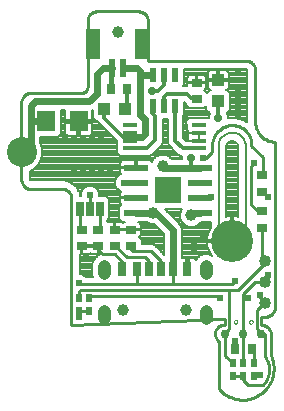
<source format=gtl>
G75*
G70*
%OFA0B0*%
%FSLAX24Y24*%
%IPPOS*%
%LPD*%
%AMOC8*
5,1,8,0,0,1.08239X$1,22.5*
%
%ADD10C,0.0050*%
%ADD11C,0.0100*%
%ADD12C,0.0000*%
%ADD13R,0.0630X0.0709*%
%ADD14R,0.0433X0.0394*%
%ADD15R,0.0394X0.0433*%
%ADD16R,0.0354X0.0250*%
%ADD17R,0.0250X0.0354*%
%ADD18R,0.0810X0.0240*%
%ADD19R,0.0900X0.0900*%
%ADD20R,0.0217X0.0472*%
%ADD21R,0.0472X0.0138*%
%ADD22R,0.0315X0.0472*%
%ADD23R,0.0299X0.0472*%
%ADD24C,0.0433*%
%ADD25C,0.0004*%
%ADD26C,0.0394*%
%ADD27R,0.0250X0.0500*%
%ADD28C,0.0400*%
%ADD29C,0.0300*%
%ADD30R,0.0236X0.0610*%
%ADD31R,0.0480X0.1000*%
%ADD32R,0.0197X0.0276*%
%ADD33C,0.1000*%
%ADD34C,0.1400*%
%ADD35C,0.0080*%
%ADD36C,0.0240*%
%ADD37C,0.0240*%
%ADD38C,0.0390*%
%ADD39C,0.0140*%
%ADD40C,0.0280*%
%ADD41C,0.0160*%
%ADD42C,0.0120*%
%ADD43C,0.0200*%
D10*
X007158Y005436D02*
X007158Y008596D01*
X007160Y008637D01*
X007165Y008677D01*
X007174Y008717D01*
X007187Y008756D01*
X007203Y008793D01*
X007222Y008829D01*
X007245Y008863D01*
X007270Y008895D01*
X007299Y008925D01*
X007329Y008952D01*
X007362Y008976D01*
X007397Y008997D01*
X007434Y009014D01*
X007472Y009029D01*
X007512Y009040D01*
X007552Y009047D01*
X007593Y009051D01*
X007633Y009051D01*
X007674Y009047D01*
X007714Y009040D01*
X007754Y009029D01*
X007792Y009014D01*
X007829Y008997D01*
X007864Y008976D01*
X007897Y008952D01*
X007927Y008925D01*
X007956Y008895D01*
X007981Y008863D01*
X008004Y008829D01*
X008023Y008793D01*
X008039Y008756D01*
X008052Y008717D01*
X008061Y008677D01*
X008066Y008637D01*
X008068Y008596D01*
X008068Y005436D01*
X008066Y005395D01*
X008061Y005355D01*
X008052Y005315D01*
X008039Y005276D01*
X008023Y005239D01*
X008004Y005203D01*
X007981Y005169D01*
X007956Y005137D01*
X007927Y005107D01*
X007897Y005080D01*
X007864Y005056D01*
X007829Y005035D01*
X007792Y005018D01*
X007754Y005003D01*
X007714Y004992D01*
X007674Y004985D01*
X007633Y004981D01*
X007593Y004981D01*
X007552Y004985D01*
X007512Y004992D01*
X007472Y005003D01*
X007434Y005018D01*
X007397Y005035D01*
X007362Y005056D01*
X007329Y005080D01*
X007299Y005107D01*
X007270Y005137D01*
X007245Y005169D01*
X007222Y005203D01*
X007203Y005239D01*
X007187Y005276D01*
X007174Y005315D01*
X007165Y005355D01*
X007160Y005395D01*
X007158Y005436D01*
D11*
X007364Y002832D02*
X002254Y002646D01*
X002254Y006898D01*
X002248Y006931D01*
X002239Y006963D01*
X002226Y006994D01*
X002210Y007023D01*
X002192Y007050D01*
X002170Y007076D01*
X002146Y007099D01*
X002120Y007119D01*
X002092Y007137D01*
X002062Y007151D01*
X002031Y007162D01*
X001999Y007170D01*
X001966Y007175D01*
X001933Y007176D01*
X001900Y007174D01*
X001899Y007174D02*
X000904Y007174D01*
X000871Y007176D01*
X000839Y007181D01*
X000807Y007189D01*
X000776Y007201D01*
X000747Y007216D01*
X000719Y007234D01*
X000693Y007255D01*
X000670Y007278D01*
X000649Y007304D01*
X000631Y007331D01*
X000616Y007361D01*
X000604Y007392D01*
X000596Y007424D01*
X000591Y007456D01*
X000589Y007489D01*
X000589Y010062D01*
X000591Y010095D01*
X000596Y010127D01*
X000604Y010159D01*
X000616Y010190D01*
X000631Y010219D01*
X000649Y010247D01*
X000670Y010273D01*
X000693Y010296D01*
X000719Y010317D01*
X000747Y010335D01*
X000776Y010350D01*
X000807Y010362D01*
X000839Y010370D01*
X000871Y010375D01*
X000904Y010377D01*
X002595Y010377D01*
X002595Y010376D02*
X002621Y010378D01*
X002646Y010383D01*
X002670Y010391D01*
X002693Y010402D01*
X002715Y010417D01*
X002734Y010434D01*
X002751Y010453D01*
X002766Y010474D01*
X002777Y010498D01*
X002785Y010522D01*
X002790Y010547D01*
X002792Y010573D01*
X002792Y012782D01*
X002794Y012815D01*
X002799Y012847D01*
X002807Y012879D01*
X002819Y012910D01*
X002834Y012939D01*
X002852Y012967D01*
X002873Y012993D01*
X002896Y013016D01*
X002922Y013037D01*
X002950Y013055D01*
X002979Y013070D01*
X003010Y013082D01*
X003042Y013090D01*
X003074Y013095D01*
X003107Y013097D01*
X004489Y013097D01*
X004522Y013095D01*
X004554Y013090D01*
X004586Y013082D01*
X004617Y013070D01*
X004646Y013055D01*
X004674Y013037D01*
X004700Y013016D01*
X004723Y012993D01*
X004744Y012967D01*
X004762Y012939D01*
X004777Y012910D01*
X004789Y012879D01*
X004797Y012847D01*
X004802Y012815D01*
X004804Y012782D01*
X004804Y011456D01*
X008073Y011456D01*
X008073Y011455D02*
X008108Y011452D01*
X008142Y011444D01*
X008175Y011433D01*
X008207Y011419D01*
X008237Y011401D01*
X008265Y011380D01*
X008291Y011356D01*
X008315Y011330D01*
X008335Y011302D01*
X008352Y011271D01*
X008367Y011239D01*
X008377Y011206D01*
X008384Y011171D01*
X008388Y011136D01*
X008387Y011101D01*
X008388Y011101D02*
X008388Y009382D01*
X008250Y008596D02*
X008650Y008246D01*
X008650Y007637D01*
X008600Y007637D01*
X008250Y007946D02*
X008350Y008046D01*
X008250Y007946D02*
X008250Y006646D01*
X008459Y006437D01*
X008600Y006437D01*
X008794Y006896D02*
X008600Y007090D01*
X008794Y006896D02*
X008800Y006896D01*
X008600Y005890D02*
X008600Y004884D01*
X008700Y004784D01*
X008687Y004684D01*
X007800Y003796D01*
X007500Y003796D01*
X002550Y003796D01*
X002500Y003746D01*
X002500Y003525D01*
X002550Y003996D02*
X004450Y003996D01*
X004438Y004008D01*
X004438Y004504D01*
X004700Y004896D02*
X004100Y004896D01*
X003723Y005273D01*
X003700Y005273D01*
X003700Y004996D02*
X003954Y004742D01*
X003954Y004504D01*
X003700Y004996D02*
X003300Y004996D01*
X003150Y005146D01*
X003150Y005273D01*
X003150Y005820D02*
X003195Y005865D01*
X003195Y006521D01*
X002875Y006521D02*
X002875Y006971D01*
X002555Y006521D02*
X002555Y005865D01*
X002600Y005820D01*
X002500Y004046D02*
X002550Y003996D01*
X002900Y003596D02*
X007150Y003596D01*
X007200Y003546D01*
X007500Y003796D02*
X007500Y002496D01*
X007387Y002384D01*
X007387Y002346D01*
X007387Y001613D01*
X007637Y001363D01*
X007167Y000520D02*
X007209Y000473D01*
X007254Y000428D01*
X007302Y000387D01*
X007352Y000348D01*
X007405Y000312D01*
X007459Y000280D01*
X007516Y000251D01*
X007574Y000225D01*
X007633Y000203D01*
X007694Y000185D01*
X007756Y000170D01*
X007819Y000160D01*
X007882Y000153D01*
X007945Y000150D01*
X008009Y000151D01*
X008072Y000156D01*
X008135Y000165D01*
X008197Y000177D01*
X008258Y000194D01*
X008318Y000214D01*
X008377Y000237D01*
X008435Y000265D01*
X008490Y000295D01*
X008544Y000329D01*
X008595Y000367D01*
X008644Y000407D01*
X008690Y000450D01*
X008734Y000496D01*
X008775Y000545D01*
X008813Y000596D01*
X008847Y000649D01*
X008878Y000705D01*
X008906Y000762D01*
X008930Y000820D01*
X008951Y000880D01*
X008968Y000942D01*
X008981Y001004D01*
X008990Y001066D01*
X008995Y001130D01*
X008997Y001193D01*
X008995Y001257D01*
X008988Y001320D01*
X008978Y001382D01*
X008964Y001444D01*
X008947Y001505D01*
X008925Y001565D01*
X008900Y001623D01*
X008900Y002331D01*
X008700Y002346D02*
X008650Y002296D01*
X008587Y002346D01*
X008587Y002359D01*
X008450Y002496D01*
X008450Y003146D01*
X008687Y003384D01*
X008700Y003384D01*
X008550Y003534D01*
X008550Y003646D01*
X009057Y003294D02*
X009055Y003255D01*
X009049Y003217D01*
X009040Y003180D01*
X009027Y003143D01*
X009010Y003108D01*
X008991Y003075D01*
X008968Y003044D01*
X008942Y003015D01*
X008913Y002989D01*
X008882Y002966D01*
X008849Y002947D01*
X008814Y002930D01*
X008777Y002917D01*
X008740Y002908D01*
X008702Y002902D01*
X008663Y002900D01*
X008663Y002901D02*
X008585Y002901D01*
X008585Y002646D01*
X008618Y002644D01*
X008650Y002639D01*
X008682Y002631D01*
X008713Y002619D01*
X008742Y002604D01*
X008770Y002586D01*
X008796Y002565D01*
X008819Y002542D01*
X008840Y002516D01*
X008858Y002488D01*
X008873Y002459D01*
X008885Y002428D01*
X008893Y002396D01*
X008898Y002364D01*
X008900Y002331D01*
X008700Y002346D02*
X008700Y001596D01*
X008337Y001770D02*
X008337Y001363D01*
X008700Y001596D02*
X008730Y001554D01*
X008756Y001510D01*
X008780Y001464D01*
X008800Y001416D01*
X008817Y001367D01*
X008830Y001317D01*
X008840Y001267D01*
X008846Y001215D01*
X008849Y001164D01*
X008848Y001112D01*
X008843Y001061D01*
X008835Y001010D01*
X008824Y000959D01*
X008809Y000910D01*
X008790Y000862D01*
X008768Y000815D01*
X008743Y000770D01*
X008715Y000726D01*
X008684Y000685D01*
X008650Y000646D01*
X008150Y000646D01*
X007987Y000809D01*
X007987Y000930D01*
X007637Y000930D01*
X007987Y001363D02*
X007987Y002346D01*
X007987Y003546D01*
X008150Y003546D01*
X007987Y003546D02*
X007987Y003684D01*
X008387Y004084D01*
X008700Y004084D01*
X008700Y004096D01*
X008800Y004196D01*
X008800Y004296D01*
X009057Y003294D02*
X009057Y008752D01*
X009057Y008751D02*
X009008Y008752D01*
X008960Y008756D01*
X008912Y008763D01*
X008864Y008774D01*
X008818Y008789D01*
X008773Y008807D01*
X008729Y008828D01*
X008687Y008853D01*
X008647Y008881D01*
X008610Y008911D01*
X008574Y008945D01*
X008541Y008981D01*
X008511Y009019D01*
X008484Y009059D01*
X008460Y009101D01*
X008439Y009145D01*
X008422Y009191D01*
X008408Y009237D01*
X008397Y009285D01*
X008391Y009333D01*
X008387Y009381D01*
X007700Y009296D02*
X007550Y009296D01*
X007700Y009296D02*
X007749Y009288D01*
X007797Y009276D01*
X007844Y009261D01*
X007889Y009242D01*
X007933Y009219D01*
X007975Y009193D01*
X008015Y009164D01*
X008053Y009132D01*
X008088Y009097D01*
X008120Y009060D01*
X008149Y009020D01*
X008174Y008977D01*
X008197Y008933D01*
X008215Y008888D01*
X008231Y008841D01*
X008242Y008793D01*
X008250Y008744D01*
X008254Y008695D01*
X008253Y008645D01*
X008250Y008596D01*
X007550Y009296D02*
X007502Y009291D01*
X007454Y009281D01*
X007407Y009269D01*
X007361Y009252D01*
X007316Y009233D01*
X007273Y009210D01*
X007232Y009184D01*
X007192Y009155D01*
X007156Y009123D01*
X007121Y009089D01*
X007089Y009052D01*
X007061Y009012D01*
X007035Y008971D01*
X007012Y008928D01*
X006993Y008883D01*
X006977Y008837D01*
X006964Y008790D01*
X006955Y008742D01*
X006950Y008693D01*
X006948Y008645D01*
X006950Y008596D01*
X006950Y008421D01*
X006750Y008221D01*
X006650Y008221D01*
X006650Y007381D02*
X006650Y007360D01*
X006530Y007380D01*
X006530Y006880D02*
X006884Y006880D01*
X006900Y006896D01*
X004900Y005096D02*
X005233Y004763D01*
X005233Y004504D01*
X004840Y004504D02*
X004840Y004757D01*
X004700Y004896D01*
X004900Y005096D02*
X004300Y005096D01*
X004250Y005146D01*
X004250Y005273D01*
X004450Y003996D02*
X005600Y003996D01*
X005635Y004031D01*
X005635Y004504D01*
X005600Y003996D02*
X007600Y003996D01*
X007700Y004096D01*
X007364Y002832D02*
X007364Y002646D01*
X007330Y002647D01*
X007296Y002644D01*
X007262Y002637D01*
X007229Y002626D01*
X007198Y002611D01*
X007169Y002593D01*
X007142Y002572D01*
X007117Y002548D01*
X007096Y002522D01*
X007077Y002493D01*
X007062Y002462D01*
X007050Y002430D01*
X007043Y002396D01*
X007039Y002362D01*
X007038Y002328D01*
X007042Y002293D01*
X007050Y002260D01*
X007061Y002228D01*
X007076Y002197D01*
X007095Y002168D01*
X007116Y002141D01*
X007141Y002117D01*
X007168Y002096D01*
X007167Y002095D02*
X007167Y000520D01*
X007714Y001846D02*
X007700Y001860D01*
X007700Y002096D01*
X008261Y001846D02*
X008337Y001770D01*
X008387Y000980D02*
X008533Y000980D01*
X008387Y000980D02*
X008374Y000978D01*
X008362Y000973D01*
X008352Y000965D01*
X008344Y000955D01*
X008339Y000943D01*
X008337Y000930D01*
X004376Y007346D02*
X004000Y007381D01*
X004376Y007346D02*
X004410Y007380D01*
X002900Y003596D02*
X002871Y003567D01*
X002871Y003546D01*
X002850Y003525D01*
X002850Y003546D01*
X002850Y003092D02*
X002500Y003092D01*
X002500Y002896D01*
D12*
X007670Y002746D02*
X007672Y002761D01*
X007677Y002775D01*
X007686Y002787D01*
X007698Y002797D01*
X007711Y002803D01*
X007726Y002806D01*
X007741Y002805D01*
X007756Y002800D01*
X007768Y002792D01*
X007779Y002781D01*
X007786Y002768D01*
X007790Y002754D01*
X007790Y002738D01*
X007786Y002724D01*
X007779Y002711D01*
X007768Y002700D01*
X007756Y002692D01*
X007741Y002687D01*
X007726Y002686D01*
X007711Y002689D01*
X007698Y002695D01*
X007686Y002705D01*
X007677Y002717D01*
X007672Y002731D01*
X007670Y002746D01*
X008180Y002746D02*
X008182Y002761D01*
X008187Y002775D01*
X008196Y002787D01*
X008208Y002797D01*
X008221Y002803D01*
X008236Y002806D01*
X008251Y002805D01*
X008266Y002800D01*
X008278Y002792D01*
X008289Y002781D01*
X008296Y002768D01*
X008300Y002754D01*
X008300Y002738D01*
X008296Y002724D01*
X008289Y002711D01*
X008278Y002700D01*
X008266Y002692D01*
X008251Y002687D01*
X008236Y002686D01*
X008221Y002689D01*
X008208Y002695D01*
X008196Y002705D01*
X008187Y002717D01*
X008182Y002731D01*
X008180Y002746D01*
D13*
X002496Y009426D03*
X001414Y009426D03*
D14*
X007150Y010092D03*
X007150Y010801D03*
D15*
X004056Y009846D03*
X003347Y009846D03*
D16*
X003150Y005820D03*
X003150Y005273D03*
X003700Y005273D03*
X003700Y005820D03*
X004250Y005820D03*
X004250Y005273D03*
X002600Y005273D03*
X002600Y005820D03*
X006433Y010173D03*
X006433Y010720D03*
X008600Y007637D03*
X008600Y007090D03*
X008600Y006437D03*
X008600Y005890D03*
D17*
X008261Y001846D03*
X007714Y001846D03*
X004117Y010496D03*
X003570Y010496D03*
D18*
X004410Y007880D03*
X004410Y007380D03*
X004410Y006880D03*
X004410Y006380D03*
X006530Y006380D03*
X006530Y006880D03*
X006530Y007380D03*
X006530Y007880D03*
D19*
X005470Y007130D03*
D20*
X005350Y009934D03*
X004976Y009934D03*
X004976Y010958D03*
X005350Y010958D03*
X005724Y010958D03*
X005724Y009934D03*
D21*
X006502Y009301D03*
X006502Y009045D03*
X006502Y008789D03*
X006502Y008533D03*
X004198Y008533D03*
X004198Y008789D03*
X004198Y009045D03*
X004198Y009301D03*
D22*
X004438Y004504D03*
X003954Y004504D03*
X005635Y004504D03*
X006119Y004504D03*
D23*
X005233Y004504D03*
X004840Y004504D03*
D24*
X003336Y004594D02*
X003336Y004594D01*
X003336Y004358D01*
X003336Y004358D01*
X003336Y004594D01*
X003336Y003098D02*
X003336Y003098D01*
X003336Y002862D01*
X003336Y002862D01*
X003336Y003098D01*
X006737Y003098D02*
X006737Y003098D01*
X006737Y002862D01*
X006737Y002862D01*
X006737Y003098D01*
X006737Y004594D02*
X006737Y004594D01*
X006737Y004358D01*
X006737Y004358D01*
X006737Y004594D01*
D25*
X006855Y004600D02*
X006853Y004620D01*
X006848Y004640D01*
X006839Y004659D01*
X006827Y004676D01*
X006813Y004690D01*
X006796Y004702D01*
X006777Y004711D01*
X006757Y004716D01*
X006737Y004718D01*
X006717Y004716D01*
X006697Y004711D01*
X006678Y004702D01*
X006661Y004690D01*
X006647Y004676D01*
X006635Y004659D01*
X006626Y004640D01*
X006621Y004620D01*
X006619Y004600D01*
X006619Y004356D01*
X006621Y004336D01*
X006626Y004316D01*
X006635Y004297D01*
X006647Y004280D01*
X006661Y004266D01*
X006678Y004254D01*
X006697Y004245D01*
X006717Y004240D01*
X006737Y004238D01*
X006757Y004240D01*
X006777Y004245D01*
X006796Y004254D01*
X006813Y004266D01*
X006827Y004280D01*
X006839Y004297D01*
X006848Y004316D01*
X006853Y004336D01*
X006855Y004356D01*
X006855Y004600D01*
X006855Y003104D02*
X006855Y002860D01*
X006853Y002840D01*
X006848Y002820D01*
X006839Y002801D01*
X006827Y002784D01*
X006813Y002770D01*
X006796Y002758D01*
X006777Y002749D01*
X006757Y002744D01*
X006737Y002742D01*
X006717Y002744D01*
X006697Y002749D01*
X006678Y002758D01*
X006661Y002770D01*
X006647Y002784D01*
X006635Y002801D01*
X006626Y002820D01*
X006621Y002840D01*
X006619Y002860D01*
X006619Y003104D01*
X006621Y003124D01*
X006626Y003144D01*
X006635Y003163D01*
X006647Y003180D01*
X006661Y003194D01*
X006678Y003206D01*
X006697Y003215D01*
X006717Y003220D01*
X006737Y003222D01*
X006757Y003220D01*
X006777Y003215D01*
X006796Y003206D01*
X006813Y003194D01*
X006827Y003180D01*
X006839Y003163D01*
X006848Y003144D01*
X006853Y003124D01*
X006855Y003104D01*
X003454Y003104D02*
X003454Y002860D01*
X003452Y002840D01*
X003447Y002820D01*
X003438Y002801D01*
X003426Y002784D01*
X003412Y002770D01*
X003395Y002758D01*
X003376Y002749D01*
X003356Y002744D01*
X003336Y002742D01*
X003316Y002744D01*
X003296Y002749D01*
X003277Y002758D01*
X003260Y002770D01*
X003246Y002784D01*
X003234Y002801D01*
X003225Y002820D01*
X003220Y002840D01*
X003218Y002860D01*
X003218Y003104D01*
X003220Y003124D01*
X003225Y003144D01*
X003234Y003163D01*
X003246Y003180D01*
X003260Y003194D01*
X003277Y003206D01*
X003296Y003215D01*
X003316Y003220D01*
X003336Y003222D01*
X003356Y003220D01*
X003376Y003215D01*
X003395Y003206D01*
X003412Y003194D01*
X003426Y003180D01*
X003438Y003163D01*
X003447Y003144D01*
X003452Y003124D01*
X003454Y003104D01*
X003454Y004356D02*
X003454Y004600D01*
X003452Y004620D01*
X003447Y004640D01*
X003438Y004659D01*
X003426Y004676D01*
X003412Y004690D01*
X003395Y004702D01*
X003376Y004711D01*
X003356Y004716D01*
X003336Y004718D01*
X003316Y004716D01*
X003296Y004711D01*
X003277Y004702D01*
X003260Y004690D01*
X003246Y004676D01*
X003234Y004659D01*
X003225Y004640D01*
X003220Y004620D01*
X003218Y004600D01*
X003218Y004356D01*
X003220Y004336D01*
X003225Y004316D01*
X003234Y004297D01*
X003246Y004280D01*
X003260Y004266D01*
X003277Y004254D01*
X003296Y004245D01*
X003316Y004240D01*
X003336Y004238D01*
X003356Y004240D01*
X003376Y004245D01*
X003395Y004254D01*
X003412Y004266D01*
X003426Y004280D01*
X003438Y004297D01*
X003447Y004316D01*
X003452Y004336D01*
X003454Y004356D01*
D26*
X003987Y003146D03*
X006072Y003146D03*
X003793Y012396D03*
D27*
X003195Y006521D03*
X002875Y006521D03*
X002555Y006521D03*
D28*
X008700Y004784D03*
X008700Y004084D03*
X008700Y003384D03*
D29*
X008587Y002346D03*
X007987Y002346D03*
X007387Y002346D03*
D30*
X003990Y011202D03*
X003597Y011202D03*
D31*
X002985Y011996D03*
X004602Y011996D03*
D32*
X002850Y003525D03*
X002500Y003525D03*
X002500Y003092D03*
X002850Y003092D03*
X007637Y001363D03*
X007987Y001363D03*
X008337Y001363D03*
X008337Y000930D03*
X007987Y000930D03*
X007637Y000930D03*
D33*
X000600Y008396D03*
D34*
X007615Y005436D03*
D35*
X007655Y005476D02*
X007575Y005476D01*
X007575Y006276D01*
X007560Y006276D01*
X007451Y006262D01*
X007423Y006255D01*
X007423Y008596D01*
X007427Y008633D01*
X007455Y008702D01*
X007508Y008754D01*
X007576Y008783D01*
X007650Y008783D01*
X007719Y008754D01*
X007771Y008702D01*
X007800Y008633D01*
X007803Y008596D01*
X007803Y006255D01*
X007779Y006262D01*
X007670Y006276D01*
X007655Y006276D01*
X007655Y005476D01*
X007655Y005551D02*
X007575Y005551D01*
X007575Y005629D02*
X007655Y005629D01*
X007655Y005708D02*
X007575Y005708D01*
X007575Y005786D02*
X007655Y005786D01*
X007655Y005865D02*
X007575Y005865D01*
X007575Y005943D02*
X007655Y005943D01*
X007655Y006022D02*
X007575Y006022D01*
X007575Y006100D02*
X007655Y006100D01*
X007655Y006179D02*
X007575Y006179D01*
X007575Y006257D02*
X007655Y006257D01*
X007796Y006257D02*
X007803Y006257D01*
X007803Y006336D02*
X007423Y006336D01*
X007423Y006414D02*
X007803Y006414D01*
X007803Y006493D02*
X007423Y006493D01*
X007423Y006571D02*
X007803Y006571D01*
X007803Y006650D02*
X007423Y006650D01*
X007423Y006728D02*
X007803Y006728D01*
X007803Y006807D02*
X007423Y006807D01*
X007423Y006885D02*
X007803Y006885D01*
X007803Y006964D02*
X007423Y006964D01*
X007423Y007042D02*
X007803Y007042D01*
X007803Y007121D02*
X007423Y007121D01*
X007423Y007199D02*
X007803Y007199D01*
X007803Y007278D02*
X007423Y007278D01*
X007423Y007356D02*
X007803Y007356D01*
X007803Y007435D02*
X007423Y007435D01*
X007423Y007513D02*
X007803Y007513D01*
X007803Y007592D02*
X007423Y007592D01*
X007423Y007670D02*
X007803Y007670D01*
X007803Y007749D02*
X007423Y007749D01*
X007423Y007827D02*
X007803Y007827D01*
X007803Y007906D02*
X007423Y007906D01*
X007423Y007984D02*
X007803Y007984D01*
X007803Y008063D02*
X007423Y008063D01*
X007423Y008141D02*
X007803Y008141D01*
X007803Y008220D02*
X007423Y008220D01*
X007423Y008298D02*
X007803Y008298D01*
X007803Y008377D02*
X007423Y008377D01*
X007423Y008455D02*
X007803Y008455D01*
X007803Y008534D02*
X007423Y008534D01*
X007425Y008612D02*
X007802Y008612D01*
X007776Y008691D02*
X007451Y008691D01*
X007544Y008769D02*
X007683Y008769D01*
X008087Y009397D02*
X008097Y009397D01*
X008097Y009392D02*
X007897Y009504D01*
X007806Y009515D01*
X007795Y009526D01*
X007714Y009526D01*
X007633Y009536D01*
X007628Y009532D01*
X007627Y009533D01*
X007541Y009526D01*
X007470Y009526D01*
X007470Y009610D01*
X007427Y009715D01*
X007441Y009715D01*
X007547Y009820D01*
X007547Y010363D01*
X007441Y010468D01*
X007401Y010468D01*
X007421Y010474D01*
X007452Y010492D01*
X007479Y010518D01*
X007497Y010550D01*
X007507Y010586D01*
X007507Y010761D01*
X007190Y010761D01*
X007190Y010841D01*
X007110Y010841D01*
X007110Y011138D01*
X006915Y011138D01*
X006879Y011128D01*
X006848Y011110D01*
X006821Y011084D01*
X006803Y011052D01*
X006793Y011016D01*
X006793Y010841D01*
X007110Y010841D01*
X007110Y010761D01*
X006793Y010761D01*
X006793Y010586D01*
X006803Y010550D01*
X006821Y010518D01*
X006848Y010492D01*
X006879Y010474D01*
X006899Y010468D01*
X006859Y010468D01*
X006776Y010386D01*
X006686Y010477D01*
X006696Y010483D01*
X006722Y010509D01*
X006740Y010541D01*
X006750Y010576D01*
X006750Y010697D01*
X006455Y010697D01*
X006455Y010742D01*
X006410Y010742D01*
X006410Y010697D01*
X006116Y010697D01*
X006116Y010596D01*
X005961Y010596D01*
X006012Y010647D01*
X006012Y011166D01*
X008059Y011166D01*
X008065Y011165D01*
X008080Y011157D01*
X008092Y011144D01*
X008098Y011128D01*
X008098Y011110D01*
X008095Y011061D01*
X008098Y011053D01*
X008098Y009435D01*
X008096Y009431D01*
X008097Y009392D01*
X008098Y009476D02*
X007948Y009476D01*
X007897Y009504D02*
X007897Y009504D01*
X008098Y009554D02*
X007470Y009554D01*
X007461Y009633D02*
X008098Y009633D01*
X008098Y009711D02*
X007428Y009711D01*
X007516Y009790D02*
X008098Y009790D01*
X008098Y009868D02*
X007547Y009868D01*
X007547Y009947D02*
X008098Y009947D01*
X008098Y010025D02*
X007547Y010025D01*
X007547Y010104D02*
X008098Y010104D01*
X008098Y010182D02*
X007547Y010182D01*
X007547Y010261D02*
X008098Y010261D01*
X008098Y010339D02*
X007547Y010339D01*
X007492Y010418D02*
X008098Y010418D01*
X008098Y010496D02*
X007457Y010496D01*
X007504Y010575D02*
X008098Y010575D01*
X008098Y010653D02*
X007507Y010653D01*
X007507Y010732D02*
X008098Y010732D01*
X008098Y010810D02*
X007190Y010810D01*
X007190Y010841D02*
X007507Y010841D01*
X007507Y011016D01*
X007497Y011052D01*
X007479Y011084D01*
X007452Y011110D01*
X007421Y011128D01*
X007385Y011138D01*
X007190Y011138D01*
X007190Y010841D01*
X007190Y010889D02*
X007110Y010889D01*
X007110Y010967D02*
X007190Y010967D01*
X007190Y011046D02*
X007110Y011046D01*
X007110Y011124D02*
X007190Y011124D01*
X007427Y011124D02*
X008098Y011124D01*
X008098Y011046D02*
X007499Y011046D01*
X007507Y010967D02*
X008098Y010967D01*
X008098Y010889D02*
X007507Y010889D01*
X007110Y010810D02*
X006750Y010810D01*
X006750Y010863D02*
X006750Y010742D01*
X006455Y010742D01*
X006455Y010985D01*
X006628Y010985D01*
X006664Y010975D01*
X006696Y010957D01*
X006722Y010931D01*
X006740Y010899D01*
X006750Y010863D01*
X006743Y010889D02*
X006793Y010889D01*
X006793Y010967D02*
X006677Y010967D01*
X006801Y011046D02*
X006012Y011046D01*
X006012Y011124D02*
X006873Y011124D01*
X006793Y010732D02*
X006455Y010732D01*
X006410Y010732D02*
X006012Y010732D01*
X006012Y010810D02*
X006116Y010810D01*
X006116Y010863D02*
X006116Y010742D01*
X006410Y010742D01*
X006410Y010985D01*
X006237Y010985D01*
X006201Y010975D01*
X006170Y010957D01*
X006143Y010931D01*
X006125Y010899D01*
X006116Y010863D01*
X006122Y010889D02*
X006012Y010889D01*
X006012Y010967D02*
X006188Y010967D01*
X006410Y010967D02*
X006455Y010967D01*
X006455Y010889D02*
X006410Y010889D01*
X006410Y010810D02*
X006455Y010810D01*
X006710Y010496D02*
X006843Y010496D01*
X006808Y010418D02*
X006745Y010418D01*
X006749Y010575D02*
X006796Y010575D01*
X006793Y010653D02*
X006750Y010653D01*
X006753Y009937D02*
X006753Y009820D01*
X006859Y009715D01*
X006873Y009715D01*
X006830Y009610D01*
X006830Y009532D01*
X006812Y009550D01*
X006191Y009550D01*
X006085Y009444D01*
X006085Y009157D01*
X006125Y009117D01*
X006125Y009045D01*
X006502Y009045D01*
X006502Y008836D01*
X006502Y008789D01*
X006502Y008789D01*
X006502Y009045D01*
X006502Y009045D01*
X006502Y009045D01*
X006125Y009045D01*
X006125Y008957D01*
X006135Y008922D01*
X006138Y008917D01*
X006135Y008912D01*
X006125Y008876D01*
X006125Y008789D01*
X006502Y008789D01*
X006502Y008789D01*
X006125Y008789D01*
X006125Y008783D01*
X006067Y008783D01*
X005974Y008876D01*
X005974Y009585D01*
X006012Y009624D01*
X006012Y010080D01*
X006038Y010055D01*
X006076Y010017D01*
X006076Y009973D01*
X006181Y009868D01*
X006684Y009868D01*
X006753Y009937D01*
X006753Y009868D02*
X006685Y009868D01*
X006784Y009790D02*
X006012Y009790D01*
X006012Y009868D02*
X006181Y009868D01*
X006102Y009947D02*
X006012Y009947D01*
X006012Y010025D02*
X006067Y010025D01*
X006012Y009711D02*
X006872Y009711D01*
X006839Y009633D02*
X006012Y009633D01*
X005974Y009554D02*
X006830Y009554D01*
X006502Y009005D02*
X006502Y009005D01*
X006502Y008926D02*
X006502Y008926D01*
X006502Y008848D02*
X006502Y008848D01*
X006134Y008926D02*
X005974Y008926D01*
X005974Y009005D02*
X006125Y009005D01*
X006125Y009083D02*
X005974Y009083D01*
X005974Y009162D02*
X006085Y009162D01*
X006085Y009240D02*
X005974Y009240D01*
X005974Y009319D02*
X006085Y009319D01*
X006085Y009397D02*
X005974Y009397D01*
X005974Y009476D02*
X006117Y009476D01*
X006125Y008848D02*
X006002Y008848D01*
X005687Y008455D02*
X005063Y008455D01*
X005141Y008534D02*
X005609Y008534D01*
X005530Y008612D02*
X005220Y008612D01*
X005192Y008584D02*
X005262Y008655D01*
X005300Y008747D01*
X005300Y009518D01*
X005474Y009518D01*
X005474Y008723D01*
X005512Y008631D01*
X005822Y008321D01*
X005914Y008283D01*
X005940Y008283D01*
X005930Y008260D01*
X005930Y008180D01*
X005596Y008180D01*
X005512Y008264D01*
X005375Y008321D01*
X005225Y008321D01*
X005088Y008264D01*
X004982Y008159D01*
X004941Y008061D01*
X004927Y008086D01*
X004901Y008112D01*
X004869Y008131D01*
X004833Y008140D01*
X004430Y008140D01*
X004430Y007900D01*
X004390Y007900D01*
X004390Y008140D01*
X003986Y008140D01*
X003951Y008131D01*
X003919Y008112D01*
X003893Y008086D01*
X003874Y008054D01*
X003865Y008019D01*
X003865Y007900D01*
X004390Y007900D01*
X004390Y007860D01*
X003865Y007860D01*
X003865Y007742D01*
X003874Y007706D01*
X003893Y007674D01*
X003902Y007665D01*
X003830Y007636D01*
X003746Y007551D01*
X003700Y007441D01*
X003700Y007322D01*
X003746Y007211D01*
X003830Y007127D01*
X003903Y007097D01*
X003893Y007086D01*
X003874Y007054D01*
X003865Y007019D01*
X003865Y006900D01*
X004390Y006900D01*
X004390Y006860D01*
X003865Y006860D01*
X003865Y006742D01*
X003874Y006706D01*
X003893Y006674D01*
X003908Y006658D01*
X003825Y006575D01*
X003825Y006186D01*
X003930Y006080D01*
X004038Y006080D01*
X004019Y006075D01*
X003987Y006057D01*
X003975Y006045D01*
X003963Y006057D01*
X003931Y006075D01*
X003896Y006085D01*
X003723Y006085D01*
X003723Y005842D01*
X003933Y005842D01*
X004227Y005842D01*
X004227Y005797D01*
X003723Y005797D01*
X003723Y005842D01*
X003677Y005842D01*
X003677Y006085D01*
X003504Y006085D01*
X003469Y006075D01*
X003458Y006069D01*
X003425Y006101D01*
X003425Y006121D01*
X003500Y006196D01*
X003500Y006845D01*
X003395Y006951D01*
X003175Y006951D01*
X003175Y007031D01*
X003129Y007141D01*
X003045Y007226D01*
X002935Y007271D01*
X002815Y007271D01*
X002705Y007226D01*
X002621Y007141D01*
X002575Y007031D01*
X002575Y006951D01*
X002544Y006951D01*
X002544Y006956D01*
X002536Y006973D01*
X002526Y007054D01*
X002526Y007054D01*
X002407Y007264D01*
X002407Y007264D01*
X002407Y007264D01*
X002216Y007413D01*
X001983Y007477D01*
X001881Y007464D01*
X000904Y007464D01*
X000899Y007464D01*
X000890Y007468D01*
X000884Y007475D01*
X000880Y007484D01*
X000879Y007489D01*
X000879Y007776D01*
X000985Y007820D01*
X001176Y008011D01*
X001280Y008261D01*
X001280Y008532D01*
X001200Y008725D01*
X001200Y008891D01*
X001803Y008891D01*
X001909Y008997D01*
X001909Y009796D01*
X002041Y009796D01*
X002041Y009466D01*
X002456Y009466D01*
X002456Y009386D01*
X002041Y009386D01*
X002041Y009053D01*
X002051Y009017D01*
X002069Y008986D01*
X002095Y008959D01*
X002127Y008941D01*
X002163Y008931D01*
X002456Y008931D01*
X002456Y009386D01*
X002536Y009386D01*
X002536Y008931D01*
X002830Y008931D01*
X002865Y008941D01*
X002897Y008959D01*
X002923Y008986D01*
X002942Y009017D01*
X002951Y009053D01*
X002951Y009386D01*
X002536Y009386D01*
X002536Y009466D01*
X002951Y009466D01*
X002951Y009799D01*
X002948Y009812D01*
X002970Y009821D01*
X002970Y009555D01*
X003076Y009450D01*
X003119Y009450D01*
X003138Y009405D01*
X003208Y009334D01*
X003782Y008761D01*
X003782Y008389D01*
X003888Y008284D01*
X004146Y008284D01*
X004149Y008283D01*
X004836Y008283D01*
X004928Y008321D01*
X005192Y008584D01*
X005277Y008691D02*
X005487Y008691D01*
X005474Y008769D02*
X005300Y008769D01*
X005300Y008848D02*
X005474Y008848D01*
X005474Y008926D02*
X005300Y008926D01*
X005300Y009005D02*
X005474Y009005D01*
X005474Y009083D02*
X005300Y009083D01*
X005300Y009162D02*
X005474Y009162D01*
X005474Y009240D02*
X005300Y009240D01*
X005300Y009319D02*
X005474Y009319D01*
X005474Y009397D02*
X005300Y009397D01*
X005300Y009476D02*
X005474Y009476D01*
X006012Y010653D02*
X006116Y010653D01*
X005766Y008377D02*
X004984Y008377D01*
X004874Y008298D02*
X005170Y008298D01*
X005043Y008220D02*
X001263Y008220D01*
X001280Y008298D02*
X003873Y008298D01*
X003795Y008377D02*
X001280Y008377D01*
X001280Y008455D02*
X003782Y008455D01*
X003782Y008534D02*
X001279Y008534D01*
X001247Y008612D02*
X003782Y008612D01*
X003782Y008691D02*
X001214Y008691D01*
X001200Y008769D02*
X003773Y008769D01*
X003695Y008848D02*
X001200Y008848D01*
X001230Y008141D02*
X004975Y008141D01*
X004942Y008063D02*
X004940Y008063D01*
X005430Y008298D02*
X005876Y008298D01*
X005930Y008220D02*
X005557Y008220D01*
X004430Y008063D02*
X004390Y008063D01*
X004390Y007984D02*
X004430Y007984D01*
X004430Y007906D02*
X004390Y007906D01*
X003897Y007670D02*
X000879Y007670D01*
X000879Y007592D02*
X003786Y007592D01*
X003730Y007513D02*
X000879Y007513D01*
X000890Y007468D02*
X000890Y007468D01*
X000879Y007749D02*
X003865Y007749D01*
X003865Y007827D02*
X000993Y007827D01*
X001071Y007906D02*
X003865Y007906D01*
X003865Y007984D02*
X001150Y007984D01*
X001198Y008063D02*
X003879Y008063D01*
X003700Y007435D02*
X002135Y007435D01*
X002216Y007413D02*
X002216Y007413D01*
X002288Y007356D02*
X003700Y007356D01*
X003718Y007278D02*
X002389Y007278D01*
X002444Y007199D02*
X002679Y007199D01*
X002612Y007121D02*
X002488Y007121D01*
X002528Y007042D02*
X002580Y007042D01*
X002575Y006964D02*
X002540Y006964D01*
X003071Y007199D02*
X003758Y007199D01*
X003845Y007121D02*
X003138Y007121D01*
X003170Y007042D02*
X003871Y007042D01*
X003865Y006964D02*
X003175Y006964D01*
X003460Y006885D02*
X004390Y006885D01*
X003900Y006650D02*
X003500Y006650D01*
X003500Y006728D02*
X003868Y006728D01*
X003865Y006807D02*
X003500Y006807D01*
X003500Y006571D02*
X003825Y006571D01*
X003825Y006493D02*
X003500Y006493D01*
X003500Y006414D02*
X003825Y006414D01*
X003825Y006336D02*
X003500Y006336D01*
X003500Y006257D02*
X003825Y006257D01*
X003831Y006179D02*
X003483Y006179D01*
X003426Y006100D02*
X003910Y006100D01*
X003723Y006022D02*
X003677Y006022D01*
X003677Y005943D02*
X003723Y005943D01*
X003723Y005865D02*
X003677Y005865D01*
X003173Y005250D02*
X003173Y005008D01*
X003346Y005008D01*
X003381Y005017D01*
X003392Y005024D01*
X003433Y004983D01*
X003415Y004991D01*
X003257Y004991D01*
X003111Y004930D01*
X003000Y004819D01*
X002939Y004673D01*
X002939Y004279D01*
X002961Y004226D01*
X002744Y004226D01*
X002670Y004301D01*
X002560Y004346D01*
X002544Y004346D01*
X002544Y005008D01*
X002577Y005008D01*
X002577Y005250D01*
X002623Y005250D01*
X002623Y005295D01*
X002917Y005295D01*
X003127Y005295D01*
X003127Y005250D01*
X002623Y005250D01*
X002623Y005008D01*
X002796Y005008D01*
X002831Y005017D01*
X002863Y005036D01*
X002875Y005048D01*
X002887Y005036D01*
X002919Y005017D01*
X002954Y005008D01*
X003127Y005008D01*
X003127Y005250D01*
X003173Y005250D01*
X003173Y005237D02*
X003127Y005237D01*
X003127Y005158D02*
X003173Y005158D01*
X003173Y005080D02*
X003127Y005080D01*
X003103Y004923D02*
X002544Y004923D01*
X002544Y005001D02*
X003415Y005001D01*
X003025Y004844D02*
X002544Y004844D01*
X002544Y004766D02*
X002978Y004766D01*
X002945Y004687D02*
X002544Y004687D01*
X002544Y004609D02*
X002939Y004609D01*
X002939Y004530D02*
X002544Y004530D01*
X002544Y004452D02*
X002939Y004452D01*
X002939Y004373D02*
X002544Y004373D01*
X002676Y004295D02*
X002939Y004295D01*
X002623Y005080D02*
X002577Y005080D01*
X002577Y005158D02*
X002623Y005158D01*
X002623Y005237D02*
X002577Y005237D01*
X001983Y007477D02*
X001983Y007477D01*
X001838Y008926D02*
X003616Y008926D01*
X003538Y009005D02*
X002934Y009005D01*
X002951Y009083D02*
X003459Y009083D01*
X003381Y009162D02*
X002951Y009162D01*
X002951Y009240D02*
X003302Y009240D01*
X003224Y009319D02*
X002951Y009319D01*
X002951Y009476D02*
X003049Y009476D01*
X002971Y009554D02*
X002951Y009554D01*
X002951Y009633D02*
X002970Y009633D01*
X002970Y009711D02*
X002951Y009711D01*
X002951Y009790D02*
X002970Y009790D01*
X003145Y009397D02*
X002536Y009397D01*
X002536Y009319D02*
X002456Y009319D01*
X002456Y009397D02*
X001909Y009397D01*
X001909Y009319D02*
X002041Y009319D01*
X002041Y009240D02*
X001909Y009240D01*
X001909Y009162D02*
X002041Y009162D01*
X002041Y009083D02*
X001909Y009083D01*
X001909Y009005D02*
X002058Y009005D01*
X002456Y009005D02*
X002536Y009005D01*
X002536Y009083D02*
X002456Y009083D01*
X002456Y009162D02*
X002536Y009162D01*
X002536Y009240D02*
X002456Y009240D01*
X002041Y009476D02*
X001909Y009476D01*
X001909Y009554D02*
X002041Y009554D01*
X002041Y009633D02*
X001909Y009633D01*
X001909Y009711D02*
X002041Y009711D01*
X002041Y009790D02*
X001909Y009790D01*
X004462Y006080D02*
X004754Y006080D01*
X004771Y006062D01*
X004909Y006005D01*
X005017Y006005D01*
X005335Y005687D01*
X005335Y004987D01*
X005329Y004993D01*
X004995Y005326D01*
X004607Y005326D01*
X004607Y005472D01*
X005335Y005472D01*
X005335Y005394D02*
X004607Y005394D01*
X004607Y005472D02*
X004503Y005577D01*
X004513Y005583D01*
X004539Y005609D01*
X004558Y005641D01*
X004567Y005676D01*
X004567Y005797D01*
X004273Y005797D01*
X004273Y005842D01*
X004567Y005842D01*
X004567Y005963D01*
X004558Y005999D01*
X004539Y006031D01*
X004513Y006057D01*
X004481Y006075D01*
X004462Y006080D01*
X004544Y006022D02*
X004869Y006022D01*
X005079Y005943D02*
X004567Y005943D01*
X004567Y005865D02*
X005157Y005865D01*
X005236Y005786D02*
X004567Y005786D01*
X004567Y005708D02*
X005314Y005708D01*
X005335Y005629D02*
X004551Y005629D01*
X004529Y005551D02*
X005335Y005551D01*
X005335Y005315D02*
X005006Y005315D01*
X005085Y005237D02*
X005335Y005237D01*
X005335Y005158D02*
X005163Y005158D01*
X005242Y005080D02*
X005335Y005080D01*
X005335Y005001D02*
X005320Y005001D01*
X005935Y005001D02*
X006896Y005001D01*
X006915Y004969D02*
X006936Y004941D01*
X006816Y004991D01*
X006658Y004991D01*
X006513Y004930D01*
X006401Y004819D01*
X006398Y004810D01*
X006389Y004826D01*
X006363Y004852D01*
X006331Y004870D01*
X006295Y004880D01*
X006158Y004880D01*
X006158Y004543D01*
X006080Y004543D01*
X006080Y004880D01*
X005943Y004880D01*
X005935Y004878D01*
X005935Y005871D01*
X005889Y005981D01*
X005805Y006066D01*
X005370Y006500D01*
X005929Y006500D01*
X005875Y006371D01*
X005875Y006222D01*
X005932Y006084D01*
X006038Y005978D01*
X006175Y005921D01*
X006325Y005921D01*
X006462Y005978D01*
X006564Y006080D01*
X006893Y006080D01*
X006893Y005866D01*
X006860Y005809D01*
X006818Y005707D01*
X006789Y005601D01*
X006775Y005491D01*
X006775Y005476D01*
X006893Y005476D01*
X006893Y005396D01*
X006775Y005396D01*
X006775Y005381D01*
X006789Y005272D01*
X006818Y005166D01*
X006860Y005064D01*
X006915Y004969D01*
X006853Y005080D02*
X005935Y005080D01*
X005935Y005158D02*
X006821Y005158D01*
X006799Y005237D02*
X005935Y005237D01*
X005935Y005315D02*
X006784Y005315D01*
X006775Y005394D02*
X005935Y005394D01*
X005935Y005472D02*
X006893Y005472D01*
X006783Y005551D02*
X005935Y005551D01*
X005935Y005629D02*
X006797Y005629D01*
X006818Y005708D02*
X005935Y005708D01*
X005935Y005786D02*
X006851Y005786D01*
X006892Y005865D02*
X005935Y005865D01*
X005905Y005943D02*
X006122Y005943D01*
X005994Y006022D02*
X005849Y006022D01*
X005925Y006100D02*
X005770Y006100D01*
X005692Y006179D02*
X005893Y006179D01*
X005875Y006257D02*
X005613Y006257D01*
X005535Y006336D02*
X005875Y006336D01*
X005893Y006414D02*
X005456Y006414D01*
X005378Y006493D02*
X005926Y006493D01*
X006378Y005943D02*
X006893Y005943D01*
X006893Y006022D02*
X006506Y006022D01*
X006505Y004923D02*
X005935Y004923D01*
X006080Y004844D02*
X006158Y004844D01*
X006158Y004766D02*
X006080Y004766D01*
X006080Y004687D02*
X006158Y004687D01*
X006158Y004609D02*
X006080Y004609D01*
X006370Y004844D02*
X006427Y004844D01*
X007423Y006257D02*
X007434Y006257D01*
D36*
X006900Y006896D03*
X006650Y007381D03*
X006650Y008221D03*
X006050Y008946D03*
X006050Y009246D03*
X006050Y009546D03*
X007800Y009596D03*
X007800Y009896D03*
X007800Y010196D03*
X007800Y010496D03*
X007800Y010796D03*
X007800Y011096D03*
X008350Y008046D03*
X008800Y006896D03*
X008800Y004296D03*
X008550Y003646D03*
X008150Y003546D03*
X007700Y004096D03*
X007200Y003546D03*
X007700Y002096D03*
X008533Y000980D03*
X006350Y005096D03*
X006350Y005396D03*
X006350Y005696D03*
X006650Y005546D03*
X006650Y005246D03*
X004000Y007381D03*
X003550Y007796D03*
X003250Y007796D03*
X002950Y007796D03*
X002650Y007796D03*
X002350Y007796D03*
X002875Y006971D03*
X002950Y008846D03*
X003250Y008846D03*
X002650Y008846D03*
X002350Y008846D03*
X002050Y008846D03*
X002750Y004896D03*
X002750Y004621D03*
X002750Y004346D03*
X002500Y004046D03*
X002500Y002896D03*
D37*
X004410Y006380D02*
X004984Y006380D01*
X005066Y006380D01*
X005635Y005811D01*
X005635Y004504D01*
X006250Y006296D02*
X006334Y006380D01*
X006530Y006380D01*
X006530Y007880D02*
X006416Y007880D01*
X005366Y007880D01*
X005300Y007946D01*
X004620Y008916D02*
X004700Y008996D01*
X004700Y009496D01*
X004550Y009646D01*
X004550Y010996D01*
X004588Y010958D01*
X004912Y010958D01*
X004550Y010996D02*
X004550Y011096D01*
X004450Y011196D01*
X003996Y011196D01*
X003990Y011202D01*
X003597Y011202D02*
X003306Y011202D01*
X003100Y010996D01*
X003100Y010346D01*
X002850Y010096D01*
X001050Y010096D01*
X000900Y009946D01*
X000900Y009446D01*
X000920Y009426D01*
X001414Y009426D01*
X000900Y009446D02*
X000900Y008696D01*
X000600Y008396D01*
X004198Y008916D02*
X004620Y008916D01*
D38*
X005300Y007946D03*
X004984Y006380D03*
X006250Y006296D03*
D39*
X006416Y007880D02*
X006250Y007896D01*
X006250Y008196D01*
X006502Y008533D02*
X005963Y008533D01*
X005724Y008772D01*
X005724Y009934D01*
X005350Y010246D02*
X005450Y010346D01*
X006100Y010346D01*
X006250Y010196D01*
X006409Y010196D01*
X006433Y010173D01*
X007150Y010092D02*
X007150Y009546D01*
X005350Y009934D02*
X005350Y010246D01*
X005150Y010446D02*
X005350Y010646D01*
X005350Y010958D01*
X005150Y010446D02*
X004950Y010446D01*
X004976Y009934D02*
X004950Y009908D01*
X004950Y009696D01*
X005050Y009596D01*
X005050Y008796D01*
X004787Y008533D01*
X004198Y008533D01*
X004120Y008916D02*
X003980Y008916D01*
X003350Y009546D01*
X003350Y009843D01*
X003347Y009846D01*
X004056Y009846D02*
X004117Y009907D01*
X004117Y010496D01*
X004100Y010446D01*
D40*
X004100Y010446D03*
X004950Y010446D03*
X006250Y008196D03*
X007150Y009546D03*
D41*
X003570Y010496D02*
X003570Y011176D01*
X003597Y011202D01*
D42*
X004198Y009045D02*
X004198Y008916D01*
X004120Y008916D01*
X004198Y008916D02*
X004198Y008789D01*
D43*
X004912Y010958D02*
X004976Y010958D01*
M02*

</source>
